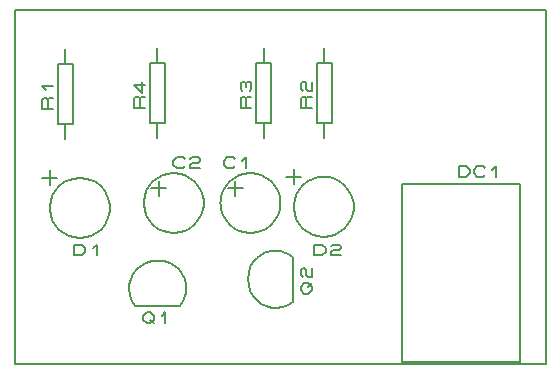
<source format=gbr>
G04 PROTEUS GERBER X2 FILE*
%TF.GenerationSoftware,Labcenter,Proteus,8.8-SP1-Build27031*%
%TF.CreationDate,2019-02-23T23:09:11+00:00*%
%TF.FileFunction,Legend,Top*%
%TF.FilePolarity,Positive*%
%TF.Part,Single*%
%TF.SameCoordinates,{4f05214c-f268-41af-9fbd-0331bb8a8b34}*%
%FSLAX45Y45*%
%MOMM*%
G01*
%TA.AperFunction,Profile*%
%ADD17C,0.203200*%
%TA.AperFunction,Material*%
%ADD70C,0.203200*%
%TD.AperFunction*%
D17*
X-1220000Y-740000D02*
X+3280000Y-740000D01*
X+3280000Y+2260000D01*
X-1220000Y+2260000D01*
X-1220000Y-740000D01*
D70*
X-197000Y-247000D02*
X+184000Y-247000D01*
X-247800Y-120000D02*
X-245617Y-143688D01*
X-239862Y-166633D01*
X-222400Y-207312D01*
X-197000Y-247000D01*
X-247800Y-120000D02*
X-246938Y-68065D01*
X-235547Y-20037D01*
X-214705Y+23154D01*
X-185491Y+60578D01*
X-148984Y+91305D01*
X-106264Y+114404D01*
X-58410Y+128946D01*
X-6500Y+134000D01*
X+234800Y-120000D02*
X+232617Y-143688D01*
X+226862Y-166633D01*
X+209400Y-207312D01*
X+184000Y-247000D01*
X+234800Y-120000D02*
X+233938Y-68065D01*
X+222547Y-20037D01*
X+201705Y+23154D01*
X+172491Y+60578D01*
X+135984Y+91305D01*
X+93264Y+114404D01*
X+45410Y+128946D01*
X-6500Y+134000D01*
X-133500Y-334400D02*
X-101750Y-303920D01*
X-70000Y-303920D01*
X-38250Y-334400D01*
X-38250Y-364880D01*
X-70000Y-395360D01*
X-101750Y-395360D01*
X-133500Y-364880D01*
X-133500Y-334400D01*
X-70000Y-364880D02*
X-38250Y-395360D01*
X+25250Y-334400D02*
X+57000Y-303920D01*
X+57000Y-395360D01*
X+1137000Y-214000D02*
X+1137000Y+167000D01*
X+1010000Y-264800D02*
X+1033688Y-262617D01*
X+1056633Y-256862D01*
X+1097312Y-239400D01*
X+1137000Y-214000D01*
X+1010000Y-264800D02*
X+958065Y-263938D01*
X+910037Y-252546D01*
X+866846Y-231704D01*
X+829422Y-202491D01*
X+798695Y-165984D01*
X+775596Y-123264D01*
X+761054Y-75410D01*
X+756000Y-23500D01*
X+1010000Y+217800D02*
X+1033688Y+215617D01*
X+1056633Y+209862D01*
X+1097312Y+192400D01*
X+1137000Y+167000D01*
X+1010000Y+217800D02*
X+958065Y+216938D01*
X+910037Y+205546D01*
X+866846Y+184704D01*
X+829422Y+155491D01*
X+798695Y+118984D01*
X+775596Y+76264D01*
X+761054Y+28410D01*
X+756000Y-23500D01*
X+1234400Y-150500D02*
X+1203920Y-118750D01*
X+1203920Y-87000D01*
X+1234400Y-55250D01*
X+1264880Y-55250D01*
X+1295360Y-87000D01*
X+1295360Y-118750D01*
X+1264880Y-150500D01*
X+1234400Y-150500D01*
X+1264880Y-87000D02*
X+1295360Y-55250D01*
X+1219160Y-7625D02*
X+1203920Y+8250D01*
X+1203920Y+55875D01*
X+1219160Y+71750D01*
X+1234400Y+71750D01*
X+1249640Y+55875D01*
X+1249640Y+8250D01*
X+1264880Y-7625D01*
X+1295360Y-7625D01*
X+1295360Y+71750D01*
X-790000Y+1164000D02*
X-790000Y+1291000D01*
X-853500Y+1291000D02*
X-726500Y+1291000D01*
X-726500Y+1799000D01*
X-853500Y+1799000D01*
X-853500Y+1291000D01*
X-790000Y+1799000D02*
X-790000Y+1926000D01*
X-894140Y+1418000D02*
X-985580Y+1418000D01*
X-985580Y+1497375D01*
X-970340Y+1513250D01*
X-955100Y+1513250D01*
X-939860Y+1497375D01*
X-939860Y+1418000D01*
X-939860Y+1497375D02*
X-924620Y+1513250D01*
X-894140Y+1513250D01*
X-955100Y+1576750D02*
X-985580Y+1608500D01*
X-894140Y+1608500D01*
X+1400000Y+1174000D02*
X+1400000Y+1301000D01*
X+1336500Y+1301000D02*
X+1463500Y+1301000D01*
X+1463500Y+1809000D01*
X+1336500Y+1809000D01*
X+1336500Y+1301000D01*
X+1400000Y+1809000D02*
X+1400000Y+1936000D01*
X+1295860Y+1428000D02*
X+1204420Y+1428000D01*
X+1204420Y+1507375D01*
X+1219660Y+1523250D01*
X+1234900Y+1523250D01*
X+1250140Y+1507375D01*
X+1250140Y+1428000D01*
X+1250140Y+1507375D02*
X+1265380Y+1523250D01*
X+1295860Y+1523250D01*
X+1219660Y+1570875D02*
X+1204420Y+1586750D01*
X+1204420Y+1634375D01*
X+1219660Y+1650250D01*
X+1234900Y+1650250D01*
X+1250140Y+1634375D01*
X+1250140Y+1586750D01*
X+1265380Y+1570875D01*
X+1295860Y+1570875D01*
X+1295860Y+1650250D01*
X+890000Y+1174000D02*
X+890000Y+1301000D01*
X+826500Y+1301000D02*
X+953500Y+1301000D01*
X+953500Y+1809000D01*
X+826500Y+1809000D01*
X+826500Y+1301000D01*
X+890000Y+1809000D02*
X+890000Y+1936000D01*
X+785860Y+1428000D02*
X+694420Y+1428000D01*
X+694420Y+1507375D01*
X+709660Y+1523250D01*
X+724900Y+1523250D01*
X+740140Y+1507375D01*
X+740140Y+1428000D01*
X+740140Y+1507375D02*
X+755380Y+1523250D01*
X+785860Y+1523250D01*
X+709660Y+1570875D02*
X+694420Y+1586750D01*
X+694420Y+1634375D01*
X+709660Y+1650250D01*
X+724900Y+1650250D01*
X+740140Y+1634375D01*
X+755380Y+1650250D01*
X+770620Y+1650250D01*
X+785860Y+1634375D01*
X+785860Y+1586750D01*
X+770620Y+1570875D01*
X+740140Y+1602625D02*
X+740140Y+1634375D01*
X-10000Y+1174000D02*
X-10000Y+1301000D01*
X-73500Y+1301000D02*
X+53500Y+1301000D01*
X+53500Y+1809000D01*
X-73500Y+1809000D01*
X-73500Y+1301000D01*
X-10000Y+1809000D02*
X-10000Y+1936000D01*
X-114140Y+1428000D02*
X-205580Y+1428000D01*
X-205580Y+1507375D01*
X-190340Y+1523250D01*
X-175100Y+1523250D01*
X-159860Y+1507375D01*
X-159860Y+1428000D01*
X-159860Y+1507375D02*
X-144620Y+1523250D01*
X-114140Y+1523250D01*
X-144620Y+1650250D02*
X-144620Y+1555000D01*
X-205580Y+1618500D01*
X-114140Y+1618500D01*
X-413000Y+580000D02*
X-413827Y+600483D01*
X-420545Y+641450D01*
X-434563Y+682417D01*
X-457341Y+723384D01*
X-492141Y+764229D01*
X-533108Y+795845D01*
X-574075Y+816392D01*
X-615042Y+828629D01*
X-656009Y+833762D01*
X-667000Y+834000D01*
X-921000Y+580000D02*
X-920173Y+600483D01*
X-913455Y+641450D01*
X-899437Y+682417D01*
X-876659Y+723384D01*
X-841859Y+764229D01*
X-800892Y+795845D01*
X-759925Y+816392D01*
X-718958Y+828629D01*
X-677991Y+833762D01*
X-667000Y+834000D01*
X-921000Y+580000D02*
X-920173Y+559517D01*
X-913455Y+518550D01*
X-899437Y+477583D01*
X-876659Y+436616D01*
X-841859Y+395771D01*
X-800892Y+364155D01*
X-759925Y+343608D01*
X-718958Y+331371D01*
X-677991Y+326238D01*
X-667000Y+326000D01*
X-413000Y+580000D02*
X-413827Y+559517D01*
X-420545Y+518550D01*
X-434563Y+477583D01*
X-457341Y+436616D01*
X-492141Y+395771D01*
X-533108Y+364155D01*
X-574075Y+343608D01*
X-615042Y+331371D01*
X-656009Y+326238D01*
X-667000Y+326000D01*
X-984500Y+834000D02*
X-857500Y+834000D01*
X-921000Y+897500D02*
X-921000Y+770500D01*
X-715750Y+178140D02*
X-715750Y+269580D01*
X-652250Y+269580D01*
X-620500Y+239100D01*
X-620500Y+208620D01*
X-652250Y+178140D01*
X-715750Y+178140D01*
X-557000Y+239100D02*
X-525250Y+269580D01*
X-525250Y+178140D01*
X+1651000Y+590000D02*
X+1650173Y+610483D01*
X+1643455Y+651450D01*
X+1629437Y+692417D01*
X+1606659Y+733384D01*
X+1571859Y+774229D01*
X+1530892Y+805845D01*
X+1489925Y+826392D01*
X+1448958Y+838629D01*
X+1407991Y+843762D01*
X+1397000Y+844000D01*
X+1143000Y+590000D02*
X+1143827Y+610483D01*
X+1150545Y+651450D01*
X+1164563Y+692417D01*
X+1187341Y+733384D01*
X+1222141Y+774229D01*
X+1263108Y+805845D01*
X+1304075Y+826392D01*
X+1345042Y+838629D01*
X+1386009Y+843762D01*
X+1397000Y+844000D01*
X+1143000Y+590000D02*
X+1143827Y+569517D01*
X+1150545Y+528550D01*
X+1164563Y+487583D01*
X+1187341Y+446616D01*
X+1222141Y+405771D01*
X+1263108Y+374155D01*
X+1304075Y+353608D01*
X+1345042Y+341371D01*
X+1386009Y+336238D01*
X+1397000Y+336000D01*
X+1651000Y+590000D02*
X+1650173Y+569517D01*
X+1643455Y+528550D01*
X+1629437Y+487583D01*
X+1606659Y+446616D01*
X+1571859Y+405771D01*
X+1530892Y+374155D01*
X+1489925Y+353608D01*
X+1448958Y+341371D01*
X+1407991Y+336238D01*
X+1397000Y+336000D01*
X+1079500Y+844000D02*
X+1206500Y+844000D01*
X+1143000Y+907500D02*
X+1143000Y+780500D01*
X+1318250Y+178140D02*
X+1318250Y+269580D01*
X+1381750Y+269580D01*
X+1413500Y+239100D01*
X+1413500Y+208620D01*
X+1381750Y+178140D01*
X+1318250Y+178140D01*
X+1461125Y+254340D02*
X+1477000Y+269580D01*
X+1524625Y+269580D01*
X+1540500Y+254340D01*
X+1540500Y+239100D01*
X+1524625Y+223860D01*
X+1477000Y+223860D01*
X+1461125Y+208620D01*
X+1461125Y+178140D01*
X+1540500Y+178140D01*
X+1031000Y+621750D02*
X+1030173Y+642233D01*
X+1023455Y+683200D01*
X+1009437Y+724167D01*
X+986659Y+765134D01*
X+951859Y+805979D01*
X+910892Y+837595D01*
X+869925Y+858142D01*
X+828958Y+870379D01*
X+787991Y+875512D01*
X+777000Y+875750D01*
X+523000Y+621750D02*
X+523827Y+642233D01*
X+530545Y+683200D01*
X+544563Y+724167D01*
X+567341Y+765134D01*
X+602141Y+805979D01*
X+643108Y+837595D01*
X+684075Y+858142D01*
X+725042Y+870379D01*
X+766009Y+875512D01*
X+777000Y+875750D01*
X+523000Y+621750D02*
X+523827Y+601267D01*
X+530545Y+560300D01*
X+544563Y+519333D01*
X+567341Y+478366D01*
X+602141Y+437521D01*
X+643108Y+405905D01*
X+684075Y+385358D01*
X+725042Y+373121D01*
X+766009Y+367988D01*
X+777000Y+367750D01*
X+1031000Y+621750D02*
X+1030173Y+601267D01*
X+1023455Y+560300D01*
X+1009437Y+519333D01*
X+986659Y+478366D01*
X+951859Y+437521D01*
X+910892Y+405905D01*
X+869925Y+385358D01*
X+828958Y+373121D01*
X+787991Y+367988D01*
X+777000Y+367750D01*
X+586500Y+748750D02*
X+713500Y+748750D01*
X+650000Y+812250D02*
X+650000Y+685250D01*
X+645250Y+931630D02*
X+629375Y+916390D01*
X+581750Y+916390D01*
X+550000Y+946870D01*
X+550000Y+977350D01*
X+581750Y+1007830D01*
X+629375Y+1007830D01*
X+645250Y+992590D01*
X+708750Y+977350D02*
X+740500Y+1007830D01*
X+740500Y+916390D01*
X+381000Y+621750D02*
X+380173Y+642233D01*
X+373455Y+683200D01*
X+359437Y+724167D01*
X+336659Y+765134D01*
X+301859Y+805979D01*
X+260892Y+837595D01*
X+219925Y+858142D01*
X+178958Y+870379D01*
X+137991Y+875512D01*
X+127000Y+875750D01*
X-127000Y+621750D02*
X-126173Y+642233D01*
X-119455Y+683200D01*
X-105437Y+724167D01*
X-82659Y+765134D01*
X-47859Y+805979D01*
X-6892Y+837595D01*
X+34075Y+858142D01*
X+75042Y+870379D01*
X+116009Y+875512D01*
X+127000Y+875750D01*
X-127000Y+621750D02*
X-126173Y+601267D01*
X-119455Y+560300D01*
X-105437Y+519333D01*
X-82659Y+478366D01*
X-47859Y+437521D01*
X-6892Y+405905D01*
X+34075Y+385358D01*
X+75042Y+373121D01*
X+116009Y+367988D01*
X+127000Y+367750D01*
X+381000Y+621750D02*
X+380173Y+601267D01*
X+373455Y+560300D01*
X+359437Y+519333D01*
X+336659Y+478366D01*
X+301859Y+437521D01*
X+260892Y+405905D01*
X+219925Y+385358D01*
X+178958Y+373121D01*
X+137991Y+367988D01*
X+127000Y+367750D01*
X-63500Y+748750D02*
X+63500Y+748750D01*
X+0Y+812250D02*
X+0Y+685250D01*
X+219250Y+931630D02*
X+203375Y+916390D01*
X+155750Y+916390D01*
X+124000Y+946870D01*
X+124000Y+977350D01*
X+155750Y+1007830D01*
X+203375Y+1007830D01*
X+219250Y+992590D01*
X+266875Y+992590D02*
X+282750Y+1007830D01*
X+330375Y+1007830D01*
X+346250Y+992590D01*
X+346250Y+977350D01*
X+330375Y+962110D01*
X+282750Y+962110D01*
X+266875Y+946870D01*
X+266875Y+916390D01*
X+346250Y+916390D01*
X+2060000Y-720000D02*
X+3060000Y-720000D01*
X+3060000Y+780000D01*
X+2060000Y+780000D01*
X+2060000Y-720000D01*
X+2539500Y+844280D02*
X+2539500Y+935720D01*
X+2603000Y+935720D01*
X+2634750Y+905240D01*
X+2634750Y+874760D01*
X+2603000Y+844280D01*
X+2539500Y+844280D01*
X+2761750Y+859520D02*
X+2745875Y+844280D01*
X+2698250Y+844280D01*
X+2666500Y+874760D01*
X+2666500Y+905240D01*
X+2698250Y+935720D01*
X+2745875Y+935720D01*
X+2761750Y+920480D01*
X+2825250Y+905240D02*
X+2857000Y+935720D01*
X+2857000Y+844280D01*
M02*

</source>
